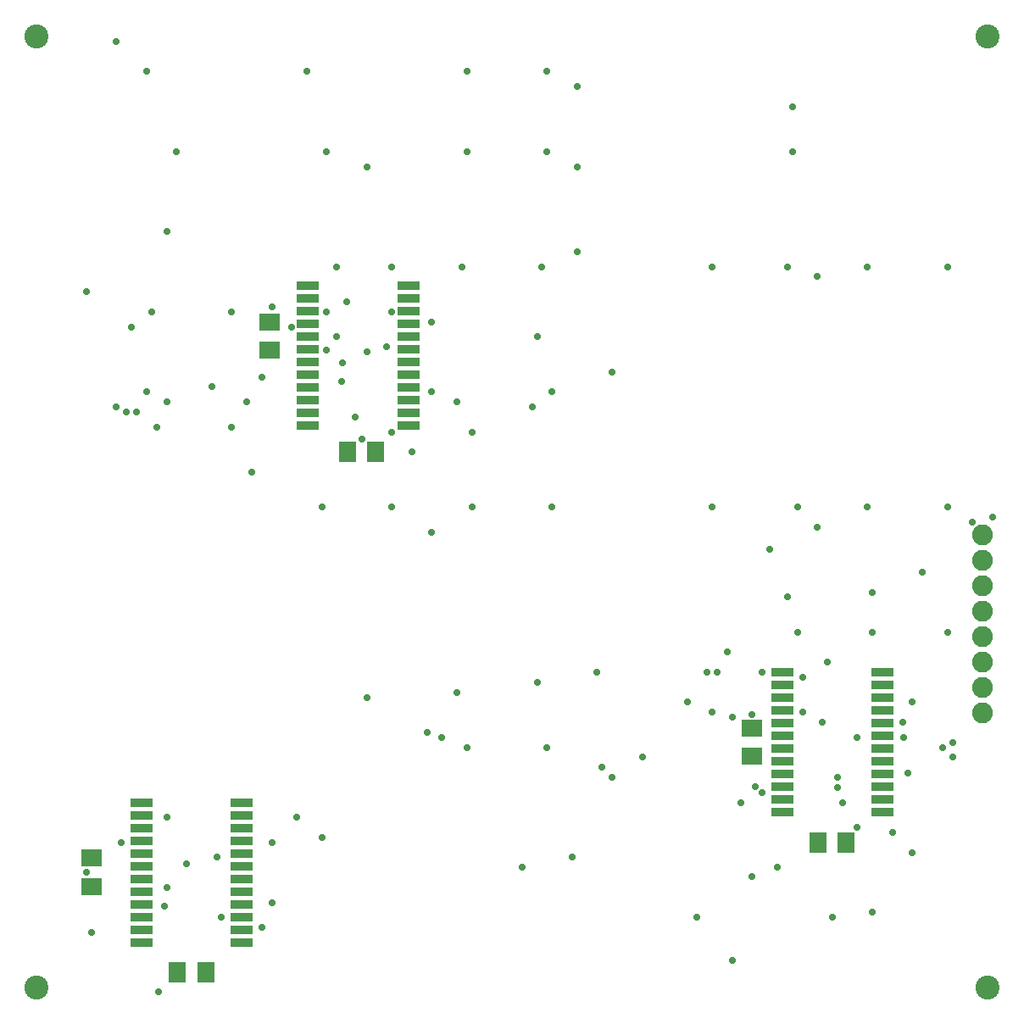
<source format=gbr>
G04 EAGLE Gerber RS-274X export*
G75*
%MOMM*%
%FSLAX34Y34*%
%LPD*%
%INSoldermask Bottom*%
%IPPOS*%
%AMOC8*
5,1,8,0,0,1.08239X$1,22.5*%
G01*
%ADD10C,2.403200*%
%ADD11R,2.006200X1.803200*%
%ADD12R,2.235200X0.863600*%
%ADD13R,1.803200X2.003200*%
%ADD14C,2.082800*%
%ADD15C,0.728200*%


D10*
X25000Y25000D03*
X975000Y25000D03*
X975000Y975000D03*
X25000Y975000D03*
D11*
X257700Y661380D03*
X257700Y689820D03*
D12*
X396792Y725750D03*
X396792Y713050D03*
X396792Y700350D03*
X396792Y687650D03*
X396792Y674950D03*
X396792Y662250D03*
X396792Y649550D03*
X396792Y636850D03*
X296208Y636850D03*
X296208Y649550D03*
X296208Y662250D03*
X296208Y674950D03*
X296208Y687650D03*
X296208Y700350D03*
X296208Y713050D03*
X296208Y725750D03*
X296208Y624150D03*
X296208Y611450D03*
X296208Y598750D03*
X296208Y586050D03*
X396792Y624150D03*
X396792Y611450D03*
X396792Y598750D03*
X396792Y586050D03*
D13*
X336000Y560000D03*
X364000Y560000D03*
D12*
X870292Y339850D03*
X870292Y327150D03*
X870292Y314450D03*
X870292Y301750D03*
X870292Y289050D03*
X870292Y276350D03*
X870292Y263650D03*
X870292Y250950D03*
X769708Y250950D03*
X769708Y263650D03*
X769708Y276350D03*
X769708Y289050D03*
X769708Y301750D03*
X769708Y314450D03*
X769708Y327150D03*
X769708Y339850D03*
X769708Y238250D03*
X769708Y225550D03*
X769708Y212850D03*
X769708Y200150D03*
X870292Y238250D03*
X870292Y225550D03*
X870292Y212850D03*
X870292Y200150D03*
D11*
X740000Y255780D03*
X740000Y284220D03*
D13*
X806000Y170000D03*
X834000Y170000D03*
D14*
X970000Y477000D03*
X970000Y451600D03*
X970000Y426200D03*
X970000Y400800D03*
X970000Y375400D03*
X970000Y350000D03*
X970000Y324600D03*
X970000Y299200D03*
D12*
X230292Y209850D03*
X230292Y197150D03*
X230292Y184450D03*
X230292Y171750D03*
X230292Y159050D03*
X230292Y146350D03*
X230292Y133650D03*
X230292Y120950D03*
X129708Y120950D03*
X129708Y133650D03*
X129708Y146350D03*
X129708Y159050D03*
X129708Y171750D03*
X129708Y184450D03*
X129708Y197150D03*
X129708Y209850D03*
X129708Y108250D03*
X129708Y95550D03*
X129708Y82850D03*
X129708Y70150D03*
X230292Y108250D03*
X230292Y95550D03*
X230292Y82850D03*
X230292Y70150D03*
D11*
X80000Y125780D03*
X80000Y154220D03*
D13*
X166000Y40000D03*
X194000Y40000D03*
D15*
X135000Y940000D03*
X105000Y970000D03*
X295000Y940000D03*
X455000Y940000D03*
X535000Y940000D03*
X565000Y925000D03*
X343000Y595000D03*
X355000Y845000D03*
X315000Y860000D03*
X455000Y860000D03*
X535000Y860000D03*
X565000Y845000D03*
X200000Y625000D03*
X165000Y860000D03*
X280000Y685000D03*
X325000Y675000D03*
X380000Y745000D03*
X325000Y745000D03*
X450000Y745000D03*
X530000Y745000D03*
X565000Y760000D03*
X155000Y780000D03*
X120000Y685000D03*
X140000Y700000D03*
X220000Y700000D03*
X315000Y700000D03*
X375000Y665000D03*
X355000Y660000D03*
X520000Y605000D03*
X540000Y620000D03*
X105000Y605000D03*
X135000Y620000D03*
X145000Y585000D03*
X220000Y585000D03*
X460000Y580000D03*
X380000Y580000D03*
X115000Y600000D03*
X155000Y610000D03*
X235000Y610000D03*
X380000Y505000D03*
X310000Y505000D03*
X460000Y505000D03*
X540000Y505000D03*
X240000Y540000D03*
X330000Y630000D03*
X250000Y635000D03*
X260000Y705000D03*
X75000Y720000D03*
X125000Y600000D03*
X335000Y710000D03*
X331000Y649000D03*
X380000Y700000D03*
X445000Y610000D03*
X525000Y675000D03*
X600000Y640000D03*
X350000Y573000D03*
X315000Y662000D03*
X740000Y298000D03*
X757000Y463000D03*
X147000Y21000D03*
X175000Y149000D03*
X153000Y106000D03*
X720000Y52000D03*
X740000Y136000D03*
X420000Y690000D03*
X420000Y620000D03*
X420000Y480000D03*
X400000Y560000D03*
X895000Y239000D03*
X910000Y440000D03*
X900000Y310000D03*
X260000Y170000D03*
X260000Y110000D03*
X685000Y95000D03*
X900000Y160000D03*
X860000Y100000D03*
X880000Y180000D03*
X960000Y490000D03*
X980000Y495000D03*
X743000Y226000D03*
X750000Y340000D03*
X780000Y860000D03*
X780000Y905000D03*
X729000Y210000D03*
X825000Y235000D03*
X700000Y745000D03*
X775000Y745000D03*
X855000Y745000D03*
X935000Y745000D03*
X810000Y290000D03*
X805000Y485000D03*
X785000Y505000D03*
X700000Y505000D03*
X855000Y505000D03*
X935000Y505000D03*
X860000Y380000D03*
X860000Y420000D03*
X935000Y380000D03*
X790000Y335000D03*
X705000Y340000D03*
X775000Y415000D03*
X720000Y295000D03*
X700000Y300000D03*
X790000Y300000D03*
X940000Y270000D03*
X891000Y275000D03*
X415000Y280000D03*
X455000Y265000D03*
X535000Y265000D03*
X750000Y220000D03*
X590000Y245000D03*
X675000Y310000D03*
X695000Y340000D03*
X430000Y275000D03*
X830000Y210000D03*
X510000Y145000D03*
X765000Y145000D03*
X845000Y275000D03*
X560000Y155000D03*
X845000Y185000D03*
X930000Y265000D03*
X630000Y255000D03*
X715000Y360000D03*
X445000Y320000D03*
X825000Y225000D03*
X525000Y330000D03*
X785000Y380000D03*
X890000Y290000D03*
X585000Y340000D03*
X355000Y315000D03*
X600000Y235000D03*
X940000Y255000D03*
X805000Y735000D03*
X815000Y350000D03*
X820000Y95000D03*
X155000Y125000D03*
X110000Y170000D03*
X285000Y195000D03*
X250000Y85000D03*
X155000Y195000D03*
X75000Y140000D03*
X310000Y175000D03*
X210000Y95000D03*
X205000Y155000D03*
X80000Y80000D03*
M02*

</source>
